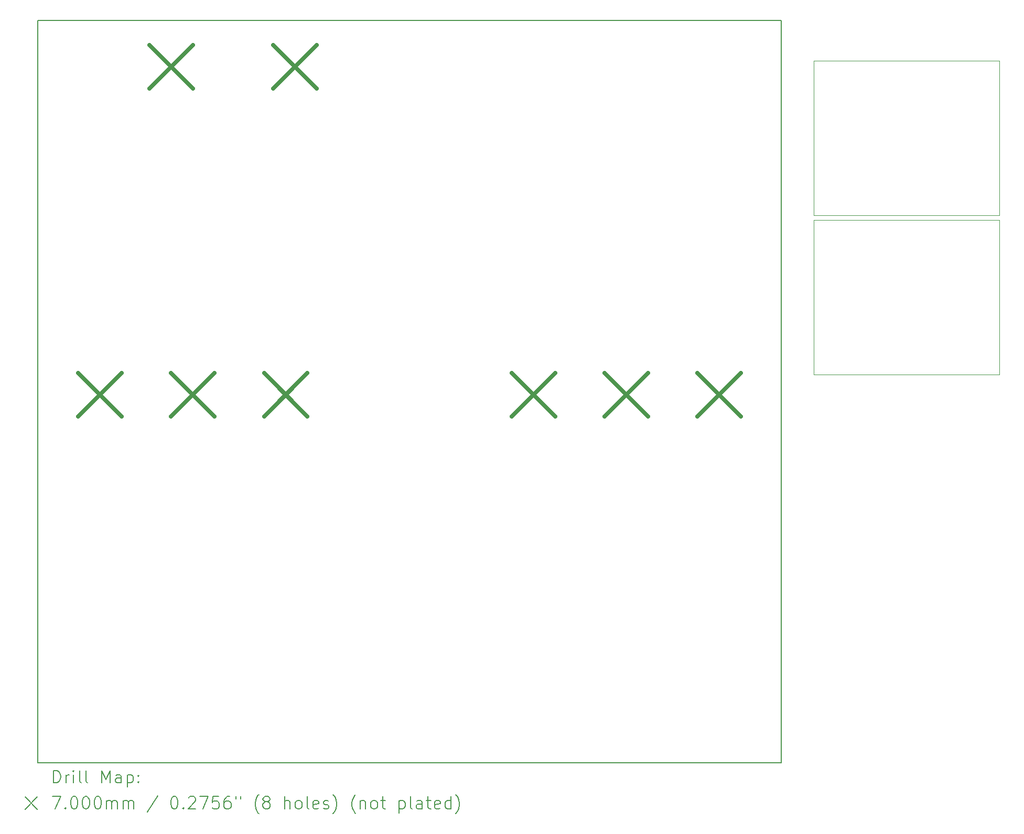
<source format=gbr>
%TF.GenerationSoftware,KiCad,Pcbnew,8.0.7-8.0.7-0~ubuntu22.04.1*%
%TF.CreationDate,2024-12-30T17:04:27+01:00*%
%TF.ProjectId,electronics,656c6563-7472-46f6-9e69-63732e6b6963,rev?*%
%TF.SameCoordinates,Original*%
%TF.FileFunction,Drillmap*%
%TF.FilePolarity,Positive*%
%FSLAX45Y45*%
G04 Gerber Fmt 4.5, Leading zero omitted, Abs format (unit mm)*
G04 Created by KiCad (PCBNEW 8.0.7-8.0.7-0~ubuntu22.04.1) date 2024-12-30 17:04:27*
%MOMM*%
%LPD*%
G01*
G04 APERTURE LIST*
%ADD10C,0.200000*%
%ADD11C,0.050000*%
%ADD12C,0.700000*%
G04 APERTURE END LIST*
D10*
X2000000Y-2000000D02*
X14000000Y-2000000D01*
X14000000Y-14000000D01*
X2000000Y-14000000D01*
X2000000Y-2000000D01*
D11*
X14525000Y-5225000D02*
X17525000Y-5225000D01*
X17525000Y-7725000D01*
X14525000Y-7725000D01*
X14525000Y-5225000D01*
X14525000Y-2650000D02*
X17525000Y-2650000D01*
X17525000Y-5150000D01*
X14525000Y-5150000D01*
X14525000Y-2650000D01*
D10*
D12*
X2650000Y-7700000D02*
X3350000Y-8400000D01*
X3350000Y-7700000D02*
X2650000Y-8400000D01*
X3800000Y-2400000D02*
X4500000Y-3100000D01*
X4500000Y-2400000D02*
X3800000Y-3100000D01*
X4150000Y-7700000D02*
X4850000Y-8400000D01*
X4850000Y-7700000D02*
X4150000Y-8400000D01*
X5650000Y-7700000D02*
X6350000Y-8400000D01*
X6350000Y-7700000D02*
X5650000Y-8400000D01*
X5800000Y-2400000D02*
X6500000Y-3100000D01*
X6500000Y-2400000D02*
X5800000Y-3100000D01*
X9650000Y-7700000D02*
X10350000Y-8400000D01*
X10350000Y-7700000D02*
X9650000Y-8400000D01*
X11150000Y-7700000D02*
X11850000Y-8400000D01*
X11850000Y-7700000D02*
X11150000Y-8400000D01*
X12650000Y-7700000D02*
X13350000Y-8400000D01*
X13350000Y-7700000D02*
X12650000Y-8400000D01*
D10*
X2250777Y-14321484D02*
X2250777Y-14121484D01*
X2250777Y-14121484D02*
X2298396Y-14121484D01*
X2298396Y-14121484D02*
X2326967Y-14131008D01*
X2326967Y-14131008D02*
X2346015Y-14150055D01*
X2346015Y-14150055D02*
X2355539Y-14169103D01*
X2355539Y-14169103D02*
X2365063Y-14207198D01*
X2365063Y-14207198D02*
X2365063Y-14235769D01*
X2365063Y-14235769D02*
X2355539Y-14273865D01*
X2355539Y-14273865D02*
X2346015Y-14292912D01*
X2346015Y-14292912D02*
X2326967Y-14311960D01*
X2326967Y-14311960D02*
X2298396Y-14321484D01*
X2298396Y-14321484D02*
X2250777Y-14321484D01*
X2450777Y-14321484D02*
X2450777Y-14188150D01*
X2450777Y-14226246D02*
X2460301Y-14207198D01*
X2460301Y-14207198D02*
X2469824Y-14197674D01*
X2469824Y-14197674D02*
X2488872Y-14188150D01*
X2488872Y-14188150D02*
X2507920Y-14188150D01*
X2574586Y-14321484D02*
X2574586Y-14188150D01*
X2574586Y-14121484D02*
X2565063Y-14131008D01*
X2565063Y-14131008D02*
X2574586Y-14140531D01*
X2574586Y-14140531D02*
X2584110Y-14131008D01*
X2584110Y-14131008D02*
X2574586Y-14121484D01*
X2574586Y-14121484D02*
X2574586Y-14140531D01*
X2698396Y-14321484D02*
X2679348Y-14311960D01*
X2679348Y-14311960D02*
X2669824Y-14292912D01*
X2669824Y-14292912D02*
X2669824Y-14121484D01*
X2803158Y-14321484D02*
X2784110Y-14311960D01*
X2784110Y-14311960D02*
X2774586Y-14292912D01*
X2774586Y-14292912D02*
X2774586Y-14121484D01*
X3031729Y-14321484D02*
X3031729Y-14121484D01*
X3031729Y-14121484D02*
X3098396Y-14264341D01*
X3098396Y-14264341D02*
X3165062Y-14121484D01*
X3165062Y-14121484D02*
X3165062Y-14321484D01*
X3346015Y-14321484D02*
X3346015Y-14216722D01*
X3346015Y-14216722D02*
X3336491Y-14197674D01*
X3336491Y-14197674D02*
X3317443Y-14188150D01*
X3317443Y-14188150D02*
X3279348Y-14188150D01*
X3279348Y-14188150D02*
X3260301Y-14197674D01*
X3346015Y-14311960D02*
X3326967Y-14321484D01*
X3326967Y-14321484D02*
X3279348Y-14321484D01*
X3279348Y-14321484D02*
X3260301Y-14311960D01*
X3260301Y-14311960D02*
X3250777Y-14292912D01*
X3250777Y-14292912D02*
X3250777Y-14273865D01*
X3250777Y-14273865D02*
X3260301Y-14254817D01*
X3260301Y-14254817D02*
X3279348Y-14245293D01*
X3279348Y-14245293D02*
X3326967Y-14245293D01*
X3326967Y-14245293D02*
X3346015Y-14235769D01*
X3441253Y-14188150D02*
X3441253Y-14388150D01*
X3441253Y-14197674D02*
X3460301Y-14188150D01*
X3460301Y-14188150D02*
X3498396Y-14188150D01*
X3498396Y-14188150D02*
X3517443Y-14197674D01*
X3517443Y-14197674D02*
X3526967Y-14207198D01*
X3526967Y-14207198D02*
X3536491Y-14226246D01*
X3536491Y-14226246D02*
X3536491Y-14283388D01*
X3536491Y-14283388D02*
X3526967Y-14302436D01*
X3526967Y-14302436D02*
X3517443Y-14311960D01*
X3517443Y-14311960D02*
X3498396Y-14321484D01*
X3498396Y-14321484D02*
X3460301Y-14321484D01*
X3460301Y-14321484D02*
X3441253Y-14311960D01*
X3622205Y-14302436D02*
X3631729Y-14311960D01*
X3631729Y-14311960D02*
X3622205Y-14321484D01*
X3622205Y-14321484D02*
X3612682Y-14311960D01*
X3612682Y-14311960D02*
X3622205Y-14302436D01*
X3622205Y-14302436D02*
X3622205Y-14321484D01*
X3622205Y-14197674D02*
X3631729Y-14207198D01*
X3631729Y-14207198D02*
X3622205Y-14216722D01*
X3622205Y-14216722D02*
X3612682Y-14207198D01*
X3612682Y-14207198D02*
X3622205Y-14197674D01*
X3622205Y-14197674D02*
X3622205Y-14216722D01*
X1790000Y-14550000D02*
X1990000Y-14750000D01*
X1990000Y-14550000D02*
X1790000Y-14750000D01*
X2231729Y-14541484D02*
X2365063Y-14541484D01*
X2365063Y-14541484D02*
X2279348Y-14741484D01*
X2441253Y-14722436D02*
X2450777Y-14731960D01*
X2450777Y-14731960D02*
X2441253Y-14741484D01*
X2441253Y-14741484D02*
X2431729Y-14731960D01*
X2431729Y-14731960D02*
X2441253Y-14722436D01*
X2441253Y-14722436D02*
X2441253Y-14741484D01*
X2574586Y-14541484D02*
X2593634Y-14541484D01*
X2593634Y-14541484D02*
X2612682Y-14551008D01*
X2612682Y-14551008D02*
X2622205Y-14560531D01*
X2622205Y-14560531D02*
X2631729Y-14579579D01*
X2631729Y-14579579D02*
X2641253Y-14617674D01*
X2641253Y-14617674D02*
X2641253Y-14665293D01*
X2641253Y-14665293D02*
X2631729Y-14703388D01*
X2631729Y-14703388D02*
X2622205Y-14722436D01*
X2622205Y-14722436D02*
X2612682Y-14731960D01*
X2612682Y-14731960D02*
X2593634Y-14741484D01*
X2593634Y-14741484D02*
X2574586Y-14741484D01*
X2574586Y-14741484D02*
X2555539Y-14731960D01*
X2555539Y-14731960D02*
X2546015Y-14722436D01*
X2546015Y-14722436D02*
X2536491Y-14703388D01*
X2536491Y-14703388D02*
X2526967Y-14665293D01*
X2526967Y-14665293D02*
X2526967Y-14617674D01*
X2526967Y-14617674D02*
X2536491Y-14579579D01*
X2536491Y-14579579D02*
X2546015Y-14560531D01*
X2546015Y-14560531D02*
X2555539Y-14551008D01*
X2555539Y-14551008D02*
X2574586Y-14541484D01*
X2765063Y-14541484D02*
X2784110Y-14541484D01*
X2784110Y-14541484D02*
X2803158Y-14551008D01*
X2803158Y-14551008D02*
X2812682Y-14560531D01*
X2812682Y-14560531D02*
X2822205Y-14579579D01*
X2822205Y-14579579D02*
X2831729Y-14617674D01*
X2831729Y-14617674D02*
X2831729Y-14665293D01*
X2831729Y-14665293D02*
X2822205Y-14703388D01*
X2822205Y-14703388D02*
X2812682Y-14722436D01*
X2812682Y-14722436D02*
X2803158Y-14731960D01*
X2803158Y-14731960D02*
X2784110Y-14741484D01*
X2784110Y-14741484D02*
X2765063Y-14741484D01*
X2765063Y-14741484D02*
X2746015Y-14731960D01*
X2746015Y-14731960D02*
X2736491Y-14722436D01*
X2736491Y-14722436D02*
X2726967Y-14703388D01*
X2726967Y-14703388D02*
X2717444Y-14665293D01*
X2717444Y-14665293D02*
X2717444Y-14617674D01*
X2717444Y-14617674D02*
X2726967Y-14579579D01*
X2726967Y-14579579D02*
X2736491Y-14560531D01*
X2736491Y-14560531D02*
X2746015Y-14551008D01*
X2746015Y-14551008D02*
X2765063Y-14541484D01*
X2955539Y-14541484D02*
X2974586Y-14541484D01*
X2974586Y-14541484D02*
X2993634Y-14551008D01*
X2993634Y-14551008D02*
X3003158Y-14560531D01*
X3003158Y-14560531D02*
X3012682Y-14579579D01*
X3012682Y-14579579D02*
X3022205Y-14617674D01*
X3022205Y-14617674D02*
X3022205Y-14665293D01*
X3022205Y-14665293D02*
X3012682Y-14703388D01*
X3012682Y-14703388D02*
X3003158Y-14722436D01*
X3003158Y-14722436D02*
X2993634Y-14731960D01*
X2993634Y-14731960D02*
X2974586Y-14741484D01*
X2974586Y-14741484D02*
X2955539Y-14741484D01*
X2955539Y-14741484D02*
X2936491Y-14731960D01*
X2936491Y-14731960D02*
X2926967Y-14722436D01*
X2926967Y-14722436D02*
X2917443Y-14703388D01*
X2917443Y-14703388D02*
X2907920Y-14665293D01*
X2907920Y-14665293D02*
X2907920Y-14617674D01*
X2907920Y-14617674D02*
X2917443Y-14579579D01*
X2917443Y-14579579D02*
X2926967Y-14560531D01*
X2926967Y-14560531D02*
X2936491Y-14551008D01*
X2936491Y-14551008D02*
X2955539Y-14541484D01*
X3107920Y-14741484D02*
X3107920Y-14608150D01*
X3107920Y-14627198D02*
X3117443Y-14617674D01*
X3117443Y-14617674D02*
X3136491Y-14608150D01*
X3136491Y-14608150D02*
X3165063Y-14608150D01*
X3165063Y-14608150D02*
X3184110Y-14617674D01*
X3184110Y-14617674D02*
X3193634Y-14636722D01*
X3193634Y-14636722D02*
X3193634Y-14741484D01*
X3193634Y-14636722D02*
X3203158Y-14617674D01*
X3203158Y-14617674D02*
X3222205Y-14608150D01*
X3222205Y-14608150D02*
X3250777Y-14608150D01*
X3250777Y-14608150D02*
X3269824Y-14617674D01*
X3269824Y-14617674D02*
X3279348Y-14636722D01*
X3279348Y-14636722D02*
X3279348Y-14741484D01*
X3374586Y-14741484D02*
X3374586Y-14608150D01*
X3374586Y-14627198D02*
X3384110Y-14617674D01*
X3384110Y-14617674D02*
X3403158Y-14608150D01*
X3403158Y-14608150D02*
X3431729Y-14608150D01*
X3431729Y-14608150D02*
X3450777Y-14617674D01*
X3450777Y-14617674D02*
X3460301Y-14636722D01*
X3460301Y-14636722D02*
X3460301Y-14741484D01*
X3460301Y-14636722D02*
X3469824Y-14617674D01*
X3469824Y-14617674D02*
X3488872Y-14608150D01*
X3488872Y-14608150D02*
X3517443Y-14608150D01*
X3517443Y-14608150D02*
X3536491Y-14617674D01*
X3536491Y-14617674D02*
X3546015Y-14636722D01*
X3546015Y-14636722D02*
X3546015Y-14741484D01*
X3936491Y-14531960D02*
X3765063Y-14789103D01*
X4193634Y-14541484D02*
X4212682Y-14541484D01*
X4212682Y-14541484D02*
X4231729Y-14551008D01*
X4231729Y-14551008D02*
X4241253Y-14560531D01*
X4241253Y-14560531D02*
X4250777Y-14579579D01*
X4250777Y-14579579D02*
X4260301Y-14617674D01*
X4260301Y-14617674D02*
X4260301Y-14665293D01*
X4260301Y-14665293D02*
X4250777Y-14703388D01*
X4250777Y-14703388D02*
X4241253Y-14722436D01*
X4241253Y-14722436D02*
X4231729Y-14731960D01*
X4231729Y-14731960D02*
X4212682Y-14741484D01*
X4212682Y-14741484D02*
X4193634Y-14741484D01*
X4193634Y-14741484D02*
X4174586Y-14731960D01*
X4174586Y-14731960D02*
X4165063Y-14722436D01*
X4165063Y-14722436D02*
X4155539Y-14703388D01*
X4155539Y-14703388D02*
X4146015Y-14665293D01*
X4146015Y-14665293D02*
X4146015Y-14617674D01*
X4146015Y-14617674D02*
X4155539Y-14579579D01*
X4155539Y-14579579D02*
X4165063Y-14560531D01*
X4165063Y-14560531D02*
X4174586Y-14551008D01*
X4174586Y-14551008D02*
X4193634Y-14541484D01*
X4346015Y-14722436D02*
X4355539Y-14731960D01*
X4355539Y-14731960D02*
X4346015Y-14741484D01*
X4346015Y-14741484D02*
X4336491Y-14731960D01*
X4336491Y-14731960D02*
X4346015Y-14722436D01*
X4346015Y-14722436D02*
X4346015Y-14741484D01*
X4431729Y-14560531D02*
X4441253Y-14551008D01*
X4441253Y-14551008D02*
X4460301Y-14541484D01*
X4460301Y-14541484D02*
X4507920Y-14541484D01*
X4507920Y-14541484D02*
X4526968Y-14551008D01*
X4526968Y-14551008D02*
X4536491Y-14560531D01*
X4536491Y-14560531D02*
X4546015Y-14579579D01*
X4546015Y-14579579D02*
X4546015Y-14598627D01*
X4546015Y-14598627D02*
X4536491Y-14627198D01*
X4536491Y-14627198D02*
X4422206Y-14741484D01*
X4422206Y-14741484D02*
X4546015Y-14741484D01*
X4612682Y-14541484D02*
X4746015Y-14541484D01*
X4746015Y-14541484D02*
X4660301Y-14741484D01*
X4917444Y-14541484D02*
X4822206Y-14541484D01*
X4822206Y-14541484D02*
X4812682Y-14636722D01*
X4812682Y-14636722D02*
X4822206Y-14627198D01*
X4822206Y-14627198D02*
X4841253Y-14617674D01*
X4841253Y-14617674D02*
X4888872Y-14617674D01*
X4888872Y-14617674D02*
X4907920Y-14627198D01*
X4907920Y-14627198D02*
X4917444Y-14636722D01*
X4917444Y-14636722D02*
X4926968Y-14655769D01*
X4926968Y-14655769D02*
X4926968Y-14703388D01*
X4926968Y-14703388D02*
X4917444Y-14722436D01*
X4917444Y-14722436D02*
X4907920Y-14731960D01*
X4907920Y-14731960D02*
X4888872Y-14741484D01*
X4888872Y-14741484D02*
X4841253Y-14741484D01*
X4841253Y-14741484D02*
X4822206Y-14731960D01*
X4822206Y-14731960D02*
X4812682Y-14722436D01*
X5098396Y-14541484D02*
X5060301Y-14541484D01*
X5060301Y-14541484D02*
X5041253Y-14551008D01*
X5041253Y-14551008D02*
X5031729Y-14560531D01*
X5031729Y-14560531D02*
X5012682Y-14589103D01*
X5012682Y-14589103D02*
X5003158Y-14627198D01*
X5003158Y-14627198D02*
X5003158Y-14703388D01*
X5003158Y-14703388D02*
X5012682Y-14722436D01*
X5012682Y-14722436D02*
X5022206Y-14731960D01*
X5022206Y-14731960D02*
X5041253Y-14741484D01*
X5041253Y-14741484D02*
X5079349Y-14741484D01*
X5079349Y-14741484D02*
X5098396Y-14731960D01*
X5098396Y-14731960D02*
X5107920Y-14722436D01*
X5107920Y-14722436D02*
X5117444Y-14703388D01*
X5117444Y-14703388D02*
X5117444Y-14655769D01*
X5117444Y-14655769D02*
X5107920Y-14636722D01*
X5107920Y-14636722D02*
X5098396Y-14627198D01*
X5098396Y-14627198D02*
X5079349Y-14617674D01*
X5079349Y-14617674D02*
X5041253Y-14617674D01*
X5041253Y-14617674D02*
X5022206Y-14627198D01*
X5022206Y-14627198D02*
X5012682Y-14636722D01*
X5012682Y-14636722D02*
X5003158Y-14655769D01*
X5193634Y-14541484D02*
X5193634Y-14579579D01*
X5269825Y-14541484D02*
X5269825Y-14579579D01*
X5565063Y-14817674D02*
X5555539Y-14808150D01*
X5555539Y-14808150D02*
X5536491Y-14779579D01*
X5536491Y-14779579D02*
X5526968Y-14760531D01*
X5526968Y-14760531D02*
X5517444Y-14731960D01*
X5517444Y-14731960D02*
X5507920Y-14684341D01*
X5507920Y-14684341D02*
X5507920Y-14646246D01*
X5507920Y-14646246D02*
X5517444Y-14598627D01*
X5517444Y-14598627D02*
X5526968Y-14570055D01*
X5526968Y-14570055D02*
X5536491Y-14551008D01*
X5536491Y-14551008D02*
X5555539Y-14522436D01*
X5555539Y-14522436D02*
X5565063Y-14512912D01*
X5669825Y-14627198D02*
X5650777Y-14617674D01*
X5650777Y-14617674D02*
X5641253Y-14608150D01*
X5641253Y-14608150D02*
X5631729Y-14589103D01*
X5631729Y-14589103D02*
X5631729Y-14579579D01*
X5631729Y-14579579D02*
X5641253Y-14560531D01*
X5641253Y-14560531D02*
X5650777Y-14551008D01*
X5650777Y-14551008D02*
X5669825Y-14541484D01*
X5669825Y-14541484D02*
X5707920Y-14541484D01*
X5707920Y-14541484D02*
X5726968Y-14551008D01*
X5726968Y-14551008D02*
X5736491Y-14560531D01*
X5736491Y-14560531D02*
X5746015Y-14579579D01*
X5746015Y-14579579D02*
X5746015Y-14589103D01*
X5746015Y-14589103D02*
X5736491Y-14608150D01*
X5736491Y-14608150D02*
X5726968Y-14617674D01*
X5726968Y-14617674D02*
X5707920Y-14627198D01*
X5707920Y-14627198D02*
X5669825Y-14627198D01*
X5669825Y-14627198D02*
X5650777Y-14636722D01*
X5650777Y-14636722D02*
X5641253Y-14646246D01*
X5641253Y-14646246D02*
X5631729Y-14665293D01*
X5631729Y-14665293D02*
X5631729Y-14703388D01*
X5631729Y-14703388D02*
X5641253Y-14722436D01*
X5641253Y-14722436D02*
X5650777Y-14731960D01*
X5650777Y-14731960D02*
X5669825Y-14741484D01*
X5669825Y-14741484D02*
X5707920Y-14741484D01*
X5707920Y-14741484D02*
X5726968Y-14731960D01*
X5726968Y-14731960D02*
X5736491Y-14722436D01*
X5736491Y-14722436D02*
X5746015Y-14703388D01*
X5746015Y-14703388D02*
X5746015Y-14665293D01*
X5746015Y-14665293D02*
X5736491Y-14646246D01*
X5736491Y-14646246D02*
X5726968Y-14636722D01*
X5726968Y-14636722D02*
X5707920Y-14627198D01*
X5984110Y-14741484D02*
X5984110Y-14541484D01*
X6069825Y-14741484D02*
X6069825Y-14636722D01*
X6069825Y-14636722D02*
X6060301Y-14617674D01*
X6060301Y-14617674D02*
X6041253Y-14608150D01*
X6041253Y-14608150D02*
X6012682Y-14608150D01*
X6012682Y-14608150D02*
X5993634Y-14617674D01*
X5993634Y-14617674D02*
X5984110Y-14627198D01*
X6193634Y-14741484D02*
X6174587Y-14731960D01*
X6174587Y-14731960D02*
X6165063Y-14722436D01*
X6165063Y-14722436D02*
X6155539Y-14703388D01*
X6155539Y-14703388D02*
X6155539Y-14646246D01*
X6155539Y-14646246D02*
X6165063Y-14627198D01*
X6165063Y-14627198D02*
X6174587Y-14617674D01*
X6174587Y-14617674D02*
X6193634Y-14608150D01*
X6193634Y-14608150D02*
X6222206Y-14608150D01*
X6222206Y-14608150D02*
X6241253Y-14617674D01*
X6241253Y-14617674D02*
X6250777Y-14627198D01*
X6250777Y-14627198D02*
X6260301Y-14646246D01*
X6260301Y-14646246D02*
X6260301Y-14703388D01*
X6260301Y-14703388D02*
X6250777Y-14722436D01*
X6250777Y-14722436D02*
X6241253Y-14731960D01*
X6241253Y-14731960D02*
X6222206Y-14741484D01*
X6222206Y-14741484D02*
X6193634Y-14741484D01*
X6374587Y-14741484D02*
X6355539Y-14731960D01*
X6355539Y-14731960D02*
X6346015Y-14712912D01*
X6346015Y-14712912D02*
X6346015Y-14541484D01*
X6526968Y-14731960D02*
X6507920Y-14741484D01*
X6507920Y-14741484D02*
X6469825Y-14741484D01*
X6469825Y-14741484D02*
X6450777Y-14731960D01*
X6450777Y-14731960D02*
X6441253Y-14712912D01*
X6441253Y-14712912D02*
X6441253Y-14636722D01*
X6441253Y-14636722D02*
X6450777Y-14617674D01*
X6450777Y-14617674D02*
X6469825Y-14608150D01*
X6469825Y-14608150D02*
X6507920Y-14608150D01*
X6507920Y-14608150D02*
X6526968Y-14617674D01*
X6526968Y-14617674D02*
X6536491Y-14636722D01*
X6536491Y-14636722D02*
X6536491Y-14655769D01*
X6536491Y-14655769D02*
X6441253Y-14674817D01*
X6612682Y-14731960D02*
X6631730Y-14741484D01*
X6631730Y-14741484D02*
X6669825Y-14741484D01*
X6669825Y-14741484D02*
X6688872Y-14731960D01*
X6688872Y-14731960D02*
X6698396Y-14712912D01*
X6698396Y-14712912D02*
X6698396Y-14703388D01*
X6698396Y-14703388D02*
X6688872Y-14684341D01*
X6688872Y-14684341D02*
X6669825Y-14674817D01*
X6669825Y-14674817D02*
X6641253Y-14674817D01*
X6641253Y-14674817D02*
X6622206Y-14665293D01*
X6622206Y-14665293D02*
X6612682Y-14646246D01*
X6612682Y-14646246D02*
X6612682Y-14636722D01*
X6612682Y-14636722D02*
X6622206Y-14617674D01*
X6622206Y-14617674D02*
X6641253Y-14608150D01*
X6641253Y-14608150D02*
X6669825Y-14608150D01*
X6669825Y-14608150D02*
X6688872Y-14617674D01*
X6765063Y-14817674D02*
X6774587Y-14808150D01*
X6774587Y-14808150D02*
X6793634Y-14779579D01*
X6793634Y-14779579D02*
X6803158Y-14760531D01*
X6803158Y-14760531D02*
X6812682Y-14731960D01*
X6812682Y-14731960D02*
X6822206Y-14684341D01*
X6822206Y-14684341D02*
X6822206Y-14646246D01*
X6822206Y-14646246D02*
X6812682Y-14598627D01*
X6812682Y-14598627D02*
X6803158Y-14570055D01*
X6803158Y-14570055D02*
X6793634Y-14551008D01*
X6793634Y-14551008D02*
X6774587Y-14522436D01*
X6774587Y-14522436D02*
X6765063Y-14512912D01*
X7126968Y-14817674D02*
X7117444Y-14808150D01*
X7117444Y-14808150D02*
X7098396Y-14779579D01*
X7098396Y-14779579D02*
X7088872Y-14760531D01*
X7088872Y-14760531D02*
X7079349Y-14731960D01*
X7079349Y-14731960D02*
X7069825Y-14684341D01*
X7069825Y-14684341D02*
X7069825Y-14646246D01*
X7069825Y-14646246D02*
X7079349Y-14598627D01*
X7079349Y-14598627D02*
X7088872Y-14570055D01*
X7088872Y-14570055D02*
X7098396Y-14551008D01*
X7098396Y-14551008D02*
X7117444Y-14522436D01*
X7117444Y-14522436D02*
X7126968Y-14512912D01*
X7203158Y-14608150D02*
X7203158Y-14741484D01*
X7203158Y-14627198D02*
X7212682Y-14617674D01*
X7212682Y-14617674D02*
X7231730Y-14608150D01*
X7231730Y-14608150D02*
X7260301Y-14608150D01*
X7260301Y-14608150D02*
X7279349Y-14617674D01*
X7279349Y-14617674D02*
X7288872Y-14636722D01*
X7288872Y-14636722D02*
X7288872Y-14741484D01*
X7412682Y-14741484D02*
X7393634Y-14731960D01*
X7393634Y-14731960D02*
X7384111Y-14722436D01*
X7384111Y-14722436D02*
X7374587Y-14703388D01*
X7374587Y-14703388D02*
X7374587Y-14646246D01*
X7374587Y-14646246D02*
X7384111Y-14627198D01*
X7384111Y-14627198D02*
X7393634Y-14617674D01*
X7393634Y-14617674D02*
X7412682Y-14608150D01*
X7412682Y-14608150D02*
X7441253Y-14608150D01*
X7441253Y-14608150D02*
X7460301Y-14617674D01*
X7460301Y-14617674D02*
X7469825Y-14627198D01*
X7469825Y-14627198D02*
X7479349Y-14646246D01*
X7479349Y-14646246D02*
X7479349Y-14703388D01*
X7479349Y-14703388D02*
X7469825Y-14722436D01*
X7469825Y-14722436D02*
X7460301Y-14731960D01*
X7460301Y-14731960D02*
X7441253Y-14741484D01*
X7441253Y-14741484D02*
X7412682Y-14741484D01*
X7536492Y-14608150D02*
X7612682Y-14608150D01*
X7565063Y-14541484D02*
X7565063Y-14712912D01*
X7565063Y-14712912D02*
X7574587Y-14731960D01*
X7574587Y-14731960D02*
X7593634Y-14741484D01*
X7593634Y-14741484D02*
X7612682Y-14741484D01*
X7831730Y-14608150D02*
X7831730Y-14808150D01*
X7831730Y-14617674D02*
X7850777Y-14608150D01*
X7850777Y-14608150D02*
X7888873Y-14608150D01*
X7888873Y-14608150D02*
X7907920Y-14617674D01*
X7907920Y-14617674D02*
X7917444Y-14627198D01*
X7917444Y-14627198D02*
X7926968Y-14646246D01*
X7926968Y-14646246D02*
X7926968Y-14703388D01*
X7926968Y-14703388D02*
X7917444Y-14722436D01*
X7917444Y-14722436D02*
X7907920Y-14731960D01*
X7907920Y-14731960D02*
X7888873Y-14741484D01*
X7888873Y-14741484D02*
X7850777Y-14741484D01*
X7850777Y-14741484D02*
X7831730Y-14731960D01*
X8041253Y-14741484D02*
X8022206Y-14731960D01*
X8022206Y-14731960D02*
X8012682Y-14712912D01*
X8012682Y-14712912D02*
X8012682Y-14541484D01*
X8203158Y-14741484D02*
X8203158Y-14636722D01*
X8203158Y-14636722D02*
X8193634Y-14617674D01*
X8193634Y-14617674D02*
X8174587Y-14608150D01*
X8174587Y-14608150D02*
X8136492Y-14608150D01*
X8136492Y-14608150D02*
X8117444Y-14617674D01*
X8203158Y-14731960D02*
X8184111Y-14741484D01*
X8184111Y-14741484D02*
X8136492Y-14741484D01*
X8136492Y-14741484D02*
X8117444Y-14731960D01*
X8117444Y-14731960D02*
X8107920Y-14712912D01*
X8107920Y-14712912D02*
X8107920Y-14693865D01*
X8107920Y-14693865D02*
X8117444Y-14674817D01*
X8117444Y-14674817D02*
X8136492Y-14665293D01*
X8136492Y-14665293D02*
X8184111Y-14665293D01*
X8184111Y-14665293D02*
X8203158Y-14655769D01*
X8269825Y-14608150D02*
X8346015Y-14608150D01*
X8298396Y-14541484D02*
X8298396Y-14712912D01*
X8298396Y-14712912D02*
X8307920Y-14731960D01*
X8307920Y-14731960D02*
X8326968Y-14741484D01*
X8326968Y-14741484D02*
X8346015Y-14741484D01*
X8488873Y-14731960D02*
X8469825Y-14741484D01*
X8469825Y-14741484D02*
X8431730Y-14741484D01*
X8431730Y-14741484D02*
X8412682Y-14731960D01*
X8412682Y-14731960D02*
X8403158Y-14712912D01*
X8403158Y-14712912D02*
X8403158Y-14636722D01*
X8403158Y-14636722D02*
X8412682Y-14617674D01*
X8412682Y-14617674D02*
X8431730Y-14608150D01*
X8431730Y-14608150D02*
X8469825Y-14608150D01*
X8469825Y-14608150D02*
X8488873Y-14617674D01*
X8488873Y-14617674D02*
X8498396Y-14636722D01*
X8498396Y-14636722D02*
X8498396Y-14655769D01*
X8498396Y-14655769D02*
X8403158Y-14674817D01*
X8669825Y-14741484D02*
X8669825Y-14541484D01*
X8669825Y-14731960D02*
X8650777Y-14741484D01*
X8650777Y-14741484D02*
X8612682Y-14741484D01*
X8612682Y-14741484D02*
X8593635Y-14731960D01*
X8593635Y-14731960D02*
X8584111Y-14722436D01*
X8584111Y-14722436D02*
X8574587Y-14703388D01*
X8574587Y-14703388D02*
X8574587Y-14646246D01*
X8574587Y-14646246D02*
X8584111Y-14627198D01*
X8584111Y-14627198D02*
X8593635Y-14617674D01*
X8593635Y-14617674D02*
X8612682Y-14608150D01*
X8612682Y-14608150D02*
X8650777Y-14608150D01*
X8650777Y-14608150D02*
X8669825Y-14617674D01*
X8746016Y-14817674D02*
X8755539Y-14808150D01*
X8755539Y-14808150D02*
X8774587Y-14779579D01*
X8774587Y-14779579D02*
X8784111Y-14760531D01*
X8784111Y-14760531D02*
X8793635Y-14731960D01*
X8793635Y-14731960D02*
X8803158Y-14684341D01*
X8803158Y-14684341D02*
X8803158Y-14646246D01*
X8803158Y-14646246D02*
X8793635Y-14598627D01*
X8793635Y-14598627D02*
X8784111Y-14570055D01*
X8784111Y-14570055D02*
X8774587Y-14551008D01*
X8774587Y-14551008D02*
X8755539Y-14522436D01*
X8755539Y-14522436D02*
X8746016Y-14512912D01*
M02*

</source>
